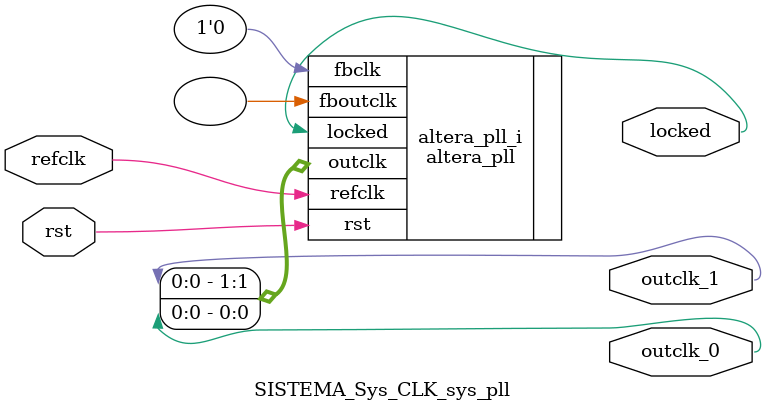
<source format=v>
`timescale 1ns/10ps
module  SISTEMA_Sys_CLK_sys_pll(

	// interface 'refclk'
	input wire refclk,

	// interface 'reset'
	input wire rst,

	// interface 'outclk0'
	output wire outclk_0,

	// interface 'outclk1'
	output wire outclk_1,

	// interface 'locked'
	output wire locked
);

	altera_pll #(
		.fractional_vco_multiplier("false"),
		.reference_clock_frequency("50.0 MHz"),
		.operation_mode("direct"),
		.number_of_clocks(2),
		.output_clock_frequency0("50.000000 MHz"),
		.phase_shift0("0 ps"),
		.duty_cycle0(50),
		.output_clock_frequency1("50.000000 MHz"),
		.phase_shift1("-3000 ps"),
		.duty_cycle1(50),
		.output_clock_frequency2("0 MHz"),
		.phase_shift2("0 ps"),
		.duty_cycle2(50),
		.output_clock_frequency3("0 MHz"),
		.phase_shift3("0 ps"),
		.duty_cycle3(50),
		.output_clock_frequency4("0 MHz"),
		.phase_shift4("0 ps"),
		.duty_cycle4(50),
		.output_clock_frequency5("0 MHz"),
		.phase_shift5("0 ps"),
		.duty_cycle5(50),
		.output_clock_frequency6("0 MHz"),
		.phase_shift6("0 ps"),
		.duty_cycle6(50),
		.output_clock_frequency7("0 MHz"),
		.phase_shift7("0 ps"),
		.duty_cycle7(50),
		.output_clock_frequency8("0 MHz"),
		.phase_shift8("0 ps"),
		.duty_cycle8(50),
		.output_clock_frequency9("0 MHz"),
		.phase_shift9("0 ps"),
		.duty_cycle9(50),
		.output_clock_frequency10("0 MHz"),
		.phase_shift10("0 ps"),
		.duty_cycle10(50),
		.output_clock_frequency11("0 MHz"),
		.phase_shift11("0 ps"),
		.duty_cycle11(50),
		.output_clock_frequency12("0 MHz"),
		.phase_shift12("0 ps"),
		.duty_cycle12(50),
		.output_clock_frequency13("0 MHz"),
		.phase_shift13("0 ps"),
		.duty_cycle13(50),
		.output_clock_frequency14("0 MHz"),
		.phase_shift14("0 ps"),
		.duty_cycle14(50),
		.output_clock_frequency15("0 MHz"),
		.phase_shift15("0 ps"),
		.duty_cycle15(50),
		.output_clock_frequency16("0 MHz"),
		.phase_shift16("0 ps"),
		.duty_cycle16(50),
		.output_clock_frequency17("0 MHz"),
		.phase_shift17("0 ps"),
		.duty_cycle17(50),
		.pll_type("General"),
		.pll_subtype("General")
	) altera_pll_i (
		.rst	(rst),
		.outclk	({outclk_1, outclk_0}),
		.locked	(locked),
		.fboutclk	( ),
		.fbclk	(1'b0),
		.refclk	(refclk)
	);
endmodule


</source>
